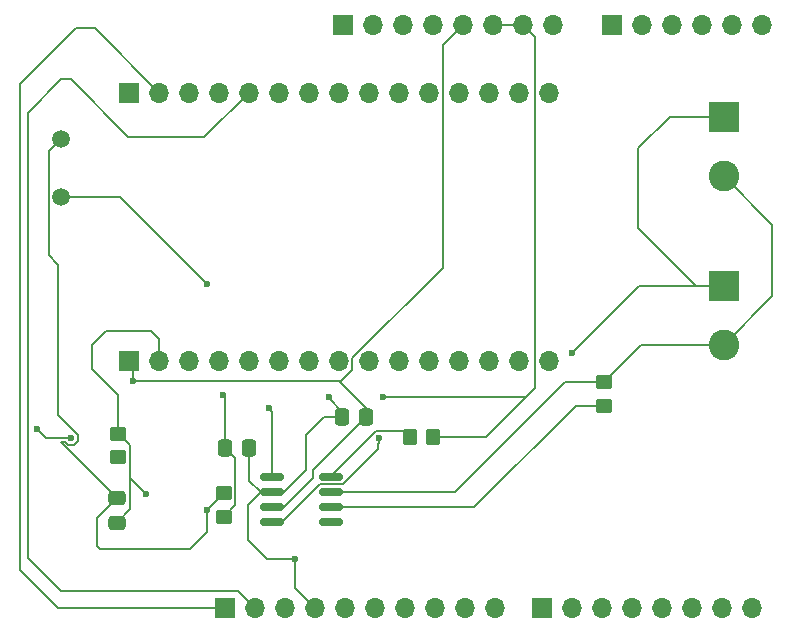
<source format=gbr>
%TF.GenerationSoftware,KiCad,Pcbnew,8.0.2-1*%
%TF.CreationDate,2024-05-15T16:31:45-04:00*%
%TF.ProjectId,ORA_Arduino_ESP_CAN_Shield,4f52415f-4172-4647-9569-6e6f5f455350,rev?*%
%TF.SameCoordinates,Original*%
%TF.FileFunction,Copper,L1,Top*%
%TF.FilePolarity,Positive*%
%FSLAX46Y46*%
G04 Gerber Fmt 4.6, Leading zero omitted, Abs format (unit mm)*
G04 Created by KiCad (PCBNEW 8.0.2-1) date 2024-05-15 16:31:45*
%MOMM*%
%LPD*%
G01*
G04 APERTURE LIST*
G04 Aperture macros list*
%AMRoundRect*
0 Rectangle with rounded corners*
0 $1 Rounding radius*
0 $2 $3 $4 $5 $6 $7 $8 $9 X,Y pos of 4 corners*
0 Add a 4 corners polygon primitive as box body*
4,1,4,$2,$3,$4,$5,$6,$7,$8,$9,$2,$3,0*
0 Add four circle primitives for the rounded corners*
1,1,$1+$1,$2,$3*
1,1,$1+$1,$4,$5*
1,1,$1+$1,$6,$7*
1,1,$1+$1,$8,$9*
0 Add four rect primitives between the rounded corners*
20,1,$1+$1,$2,$3,$4,$5,0*
20,1,$1+$1,$4,$5,$6,$7,0*
20,1,$1+$1,$6,$7,$8,$9,0*
20,1,$1+$1,$8,$9,$2,$3,0*%
G04 Aperture macros list end*
%TA.AperFunction,SMDPad,CuDef*%
%ADD10RoundRect,0.250000X-0.450000X0.350000X-0.450000X-0.350000X0.450000X-0.350000X0.450000X0.350000X0*%
%TD*%
%TA.AperFunction,SMDPad,CuDef*%
%ADD11RoundRect,0.250000X-0.337500X-0.475000X0.337500X-0.475000X0.337500X0.475000X-0.337500X0.475000X0*%
%TD*%
%TA.AperFunction,ComponentPad*%
%ADD12R,1.700000X1.700000*%
%TD*%
%TA.AperFunction,ComponentPad*%
%ADD13O,1.700000X1.700000*%
%TD*%
%TA.AperFunction,SMDPad,CuDef*%
%ADD14RoundRect,0.250000X0.475000X-0.337500X0.475000X0.337500X-0.475000X0.337500X-0.475000X-0.337500X0*%
%TD*%
%TA.AperFunction,SMDPad,CuDef*%
%ADD15RoundRect,0.250000X-0.350000X-0.450000X0.350000X-0.450000X0.350000X0.450000X-0.350000X0.450000X0*%
%TD*%
%TA.AperFunction,SMDPad,CuDef*%
%ADD16RoundRect,0.250000X0.337500X0.475000X-0.337500X0.475000X-0.337500X-0.475000X0.337500X-0.475000X0*%
%TD*%
%TA.AperFunction,SMDPad,CuDef*%
%ADD17RoundRect,0.150000X-0.825000X-0.150000X0.825000X-0.150000X0.825000X0.150000X-0.825000X0.150000X0*%
%TD*%
%TA.AperFunction,ComponentPad*%
%ADD18R,2.600000X2.600000*%
%TD*%
%TA.AperFunction,ComponentPad*%
%ADD19C,2.600000*%
%TD*%
%TA.AperFunction,ComponentPad*%
%ADD20C,1.500000*%
%TD*%
%TA.AperFunction,ViaPad*%
%ADD21C,0.600000*%
%TD*%
%TA.AperFunction,Conductor*%
%ADD22C,0.200000*%
%TD*%
G04 APERTURE END LIST*
D10*
%TO.P,R1,1*%
%TO.N,Net-(U2-OSC2)*%
X41615000Y-64980000D03*
%TO.P,R1,2*%
%TO.N,Net-(U2-OSC1)*%
X41615000Y-66980000D03*
%TD*%
%TO.P,TR1,1*%
%TO.N,CAN_H*%
X73825000Y-55560000D03*
%TO.P,TR1,2*%
%TO.N,CAN_L*%
X73825000Y-57560000D03*
%TD*%
D11*
%TO.P,C2,1*%
%TO.N,Net-(U2-OSC1)*%
X41727500Y-61130000D03*
%TO.P,C2,2*%
%TO.N,GND*%
X43802500Y-61130000D03*
%TD*%
D12*
%TO.P,Digital_1,1,Pin_1*%
%TO.N,SCL*%
X41695000Y-74670000D03*
D13*
%TO.P,Digital_1,2,Pin_2*%
%TO.N,SDA*%
X44235000Y-74670000D03*
%TO.P,Digital_1,3,Pin_3*%
%TO.N,AREF*%
X46775000Y-74670000D03*
%TO.P,Digital_1,4,Pin_4*%
%TO.N,GND*%
X49315000Y-74670000D03*
%TO.P,Digital_1,5,Pin_5*%
%TO.N,SCK*%
X51855000Y-74670000D03*
%TO.P,Digital_1,6,Pin_6*%
%TO.N,SO*%
X54395000Y-74670000D03*
%TO.P,Digital_1,7,Pin_7*%
%TO.N,SI*%
X56935000Y-74670000D03*
%TO.P,Digital_1,8,Pin_8*%
%TO.N,CS*%
X59475000Y-74670000D03*
%TO.P,Digital_1,9,Pin_9*%
%TO.N,D9*%
X62015000Y-74670000D03*
%TO.P,Digital_1,10,Pin_10*%
%TO.N,D8*%
X64555000Y-74670000D03*
%TD*%
D14*
%TO.P,C1,1*%
%TO.N,GND*%
X32555000Y-67487500D03*
%TO.P,C1,2*%
%TO.N,Net-(U2-OSC2)*%
X32555000Y-65412500D03*
%TD*%
D12*
%TO.P,Power_1,1,Pin_1*%
%TO.N,unconnected-(Power_1-Pin_1-Pad1)*%
X51715000Y-25320000D03*
D13*
%TO.P,Power_1,2,Pin_2*%
%TO.N,IOREF*%
X54255000Y-25320000D03*
%TO.P,Power_1,3,Pin_3*%
%TO.N,RESET*%
X56795000Y-25320000D03*
%TO.P,Power_1,4,Pin_4*%
%TO.N,3.3V*%
X59335000Y-25320000D03*
%TO.P,Power_1,5,Pin_5*%
%TO.N,+5V*%
X61875000Y-25320000D03*
%TO.P,Power_1,6,Pin_6*%
%TO.N,GND*%
X64415000Y-25320000D03*
%TO.P,Power_1,7,Pin_7*%
X66955000Y-25320000D03*
%TO.P,Power_1,8,Pin_8*%
%TO.N,Vin*%
X69495000Y-25320000D03*
%TD*%
D15*
%TO.P,R3,1*%
%TO.N,Net-(U3-Rs)*%
X57375000Y-60220000D03*
%TO.P,R3,2*%
%TO.N,GND*%
X59375000Y-60220000D03*
%TD*%
D12*
%TO.P,Analog_1,1,Pin_1*%
%TO.N,A0*%
X74495000Y-25300000D03*
D13*
%TO.P,Analog_1,2,Pin_2*%
%TO.N,A1*%
X77035000Y-25300000D03*
%TO.P,Analog_1,3,Pin_3*%
%TO.N,A2*%
X79575000Y-25300000D03*
%TO.P,Analog_1,4,Pin_4*%
%TO.N,A3*%
X82115000Y-25300000D03*
%TO.P,Analog_1,5,Pin_5*%
%TO.N,A4*%
X84655000Y-25300000D03*
%TO.P,Analog_1,6,Pin_6*%
%TO.N,A5*%
X87195000Y-25300000D03*
%TD*%
D16*
%TO.P,C3,1*%
%TO.N,+5V*%
X53690000Y-58500000D03*
%TO.P,C3,2*%
%TO.N,GND*%
X51615000Y-58500000D03*
%TD*%
D12*
%TO.P,Digital_2,1,Pin_1*%
%TO.N,D7*%
X68545000Y-74690000D03*
D13*
%TO.P,Digital_2,2,Pin_2*%
%TO.N,D6*%
X71085000Y-74690000D03*
%TO.P,Digital_2,3,Pin_3*%
%TO.N,D5*%
X73625000Y-74690000D03*
%TO.P,Digital_2,4,Pin_4*%
%TO.N,D4*%
X76165000Y-74690000D03*
%TO.P,Digital_2,5,Pin_5*%
%TO.N,D3*%
X78705000Y-74690000D03*
%TO.P,Digital_2,6,Pin_6*%
%TO.N,INT*%
X81245000Y-74690000D03*
%TO.P,Digital_2,7,Pin_7*%
%TO.N,D1_TX*%
X83785000Y-74690000D03*
%TO.P,Digital_2,8,Pin_8*%
%TO.N,D1_RX*%
X86325000Y-74690000D03*
%TD*%
D17*
%TO.P,U3,1,TXD*%
%TO.N,Net-(U2-TXCAN)*%
X45750000Y-63615000D03*
%TO.P,U3,2,VSS*%
%TO.N,GND*%
X45750000Y-64885000D03*
%TO.P,U3,3,VDD*%
%TO.N,+5V*%
X45750000Y-66155000D03*
%TO.P,U3,4,RXD*%
%TO.N,Net-(U2-RXCAN)*%
X45750000Y-67425000D03*
%TO.P,U3,5,Vref*%
%TO.N,unconnected-(U3-Vref-Pad5)*%
X50700000Y-67425000D03*
%TO.P,U3,6,CANL*%
%TO.N,CAN_L*%
X50700000Y-66155000D03*
%TO.P,U3,7,CANH*%
%TO.N,CAN_H*%
X50700000Y-64885000D03*
%TO.P,U3,8,Rs*%
%TO.N,Net-(U3-Rs)*%
X50700000Y-63615000D03*
%TD*%
D10*
%TO.P,R2,1*%
%TO.N,GND*%
X32695000Y-59930000D03*
%TO.P,R2,2*%
%TO.N,Net-(U2-~{RESET})*%
X32695000Y-61930000D03*
%TD*%
D12*
%TO.P,EN_1,1,Pin_1*%
%TO.N,+5V*%
X33565000Y-53790000D03*
D13*
%TO.P,EN_1,2,Pin_2*%
%TO.N,GND*%
X36105000Y-53790000D03*
%TO.P,EN_1,3,Pin_3*%
%TO.N,unconnected-(EN_1-Pin_3-Pad3)*%
X38645000Y-53790000D03*
%TO.P,EN_1,4,Pin_4*%
%TO.N,unconnected-(EN_1-Pin_4-Pad4)*%
X41185000Y-53790000D03*
%TO.P,EN_1,5,Pin_5*%
%TO.N,unconnected-(EN_1-Pin_5-Pad5)*%
X43725000Y-53790000D03*
%TO.P,EN_1,6,Pin_6*%
%TO.N,unconnected-(EN_1-Pin_6-Pad6)*%
X46265000Y-53790000D03*
%TO.P,EN_1,7,Pin_7*%
%TO.N,unconnected-(EN_1-Pin_7-Pad7)*%
X48805000Y-53790000D03*
%TO.P,EN_1,8,Pin_8*%
%TO.N,unconnected-(EN_1-Pin_8-Pad8)*%
X51345000Y-53790000D03*
%TO.P,EN_1,9,Pin_9*%
%TO.N,unconnected-(EN_1-Pin_9-Pad9)*%
X53885000Y-53790000D03*
%TO.P,EN_1,10,Pin_10*%
%TO.N,unconnected-(EN_1-Pin_10-Pad10)*%
X56425000Y-53790000D03*
%TO.P,EN_1,11,Pin_11*%
%TO.N,unconnected-(EN_1-Pin_11-Pad11)*%
X58965000Y-53790000D03*
%TO.P,EN_1,12,Pin_12*%
%TO.N,unconnected-(EN_1-Pin_12-Pad12)*%
X61505000Y-53790000D03*
%TO.P,EN_1,13,Pin_13*%
%TO.N,unconnected-(EN_1-Pin_13-Pad13)*%
X64045000Y-53790000D03*
%TO.P,EN_1,14,Pin_14*%
%TO.N,unconnected-(EN_1-Pin_14-Pad14)*%
X66585000Y-53790000D03*
%TO.P,EN_1,15,Pin_15*%
%TO.N,unconnected-(EN_1-Pin_15-Pad15)*%
X69125000Y-53790000D03*
%TD*%
D18*
%TO.P,J1,1,Pin_1*%
%TO.N,CAN_L*%
X83990000Y-47420000D03*
D19*
%TO.P,J1,2,Pin_2*%
%TO.N,CAN_H*%
X83990000Y-52420000D03*
%TD*%
D18*
%TO.P,J2,1,Pin_1*%
%TO.N,CAN_L*%
X83940000Y-33110000D03*
D19*
%TO.P,J2,2,Pin_2*%
%TO.N,CAN_H*%
X83940000Y-38110000D03*
%TD*%
D12*
%TO.P,BOOT_1,1,Pin_1*%
%TO.N,unconnected-(BOOT_1-Pin_1-Pad1)*%
X33615000Y-31070000D03*
D13*
%TO.P,BOOT_1,2,Pin_2*%
%TO.N,SCL*%
X36155000Y-31070000D03*
%TO.P,BOOT_1,3,Pin_3*%
%TO.N,unconnected-(BOOT_1-Pin_3-Pad3)*%
X38695000Y-31070000D03*
%TO.P,BOOT_1,4,Pin_4*%
%TO.N,unconnected-(BOOT_1-Pin_4-Pad4)*%
X41235000Y-31070000D03*
%TO.P,BOOT_1,5,Pin_5*%
%TO.N,SDA*%
X43775000Y-31070000D03*
%TO.P,BOOT_1,6,Pin_6*%
%TO.N,unconnected-(BOOT_1-Pin_6-Pad6)*%
X46315000Y-31070000D03*
%TO.P,BOOT_1,7,Pin_7*%
%TO.N,unconnected-(BOOT_1-Pin_7-Pad7)*%
X48855000Y-31070000D03*
%TO.P,BOOT_1,8,Pin_8*%
%TO.N,unconnected-(BOOT_1-Pin_8-Pad8)*%
X51395000Y-31070000D03*
%TO.P,BOOT_1,9,Pin_9*%
%TO.N,unconnected-(BOOT_1-Pin_9-Pad9)*%
X53935000Y-31070000D03*
%TO.P,BOOT_1,10,Pin_10*%
%TO.N,unconnected-(BOOT_1-Pin_10-Pad10)*%
X56475000Y-31070000D03*
%TO.P,BOOT_1,11,Pin_11*%
%TO.N,unconnected-(BOOT_1-Pin_11-Pad11)*%
X59015000Y-31070000D03*
%TO.P,BOOT_1,12,Pin_12*%
%TO.N,unconnected-(BOOT_1-Pin_12-Pad12)*%
X61555000Y-31070000D03*
%TO.P,BOOT_1,13,Pin_13*%
%TO.N,unconnected-(BOOT_1-Pin_13-Pad13)*%
X64095000Y-31070000D03*
%TO.P,BOOT_1,14,Pin_14*%
%TO.N,unconnected-(BOOT_1-Pin_14-Pad14)*%
X66635000Y-31070000D03*
%TO.P,BOOT_1,15,Pin_15*%
%TO.N,unconnected-(BOOT_1-Pin_15-Pad15)*%
X69175000Y-31070000D03*
%TD*%
D20*
%TO.P,Y1,1,1*%
%TO.N,Net-(U2-OSC1)*%
X27865000Y-39870000D03*
%TO.P,Y1,2,2*%
%TO.N,Net-(U2-OSC2)*%
X27865000Y-34990000D03*
%TD*%
D21*
%TO.N,Net-(U2-OSC2)*%
X40165000Y-66410000D03*
%TO.N,Net-(U2-OSC1)*%
X40225000Y-47240000D03*
X41365000Y-67040000D03*
X41585000Y-56650000D03*
%TO.N,+5V*%
X33975000Y-55460000D03*
%TO.N,GND*%
X55135000Y-56860000D03*
X50505000Y-56840000D03*
X47665000Y-70530000D03*
X35035000Y-65090000D03*
%TO.N,CS*%
X28675000Y-60290000D03*
X25855000Y-59530000D03*
%TO.N,CAN_L*%
X73705000Y-57520000D03*
X71115000Y-53110000D03*
%TO.N,Net-(U2-~{RESET})*%
X32625000Y-61820000D03*
%TO.N,Net-(U2-RXCAN)*%
X54775000Y-60330000D03*
%TO.N,Net-(U2-TXCAN)*%
X45415000Y-57780000D03*
%TD*%
D22*
%TO.N,Net-(U2-OSC2)*%
X26815000Y-36040000D02*
X27865000Y-34990000D01*
X27822500Y-60680000D02*
X28216471Y-60680000D01*
X28923529Y-60890000D02*
X29275000Y-60538529D01*
X40185000Y-66410000D02*
X40165000Y-66410000D01*
X26815000Y-44850000D02*
X26815000Y-36040000D01*
X31115000Y-69680000D02*
X38735000Y-69680000D01*
X27615000Y-58381471D02*
X27615000Y-45650000D01*
X40185000Y-68230000D02*
X40185000Y-66410000D01*
X27615000Y-45650000D02*
X26815000Y-44850000D01*
X38735000Y-69680000D02*
X40185000Y-68230000D01*
X40185000Y-66410000D02*
X40185000Y-66410000D01*
X29275000Y-60041471D02*
X27615000Y-58381471D01*
X30895000Y-67072500D02*
X30895000Y-69460000D01*
X32555000Y-65412500D02*
X27822500Y-60680000D01*
X28426471Y-60890000D02*
X28923529Y-60890000D01*
X29275000Y-60538529D02*
X29275000Y-60041471D01*
X28216471Y-60680000D02*
X28426471Y-60890000D01*
X32555000Y-65412500D02*
X30895000Y-67072500D01*
X30895000Y-69460000D02*
X31115000Y-69680000D01*
X40165000Y-66410000D02*
X40165000Y-66430000D01*
X40165000Y-66430000D02*
X41615000Y-64980000D01*
%TO.N,Net-(U2-OSC1)*%
X41685000Y-56650000D02*
X41585000Y-56650000D01*
X42615000Y-65980000D02*
X41615000Y-66980000D01*
X32855000Y-39870000D02*
X27865000Y-39870000D01*
X40225000Y-47240000D02*
X32855000Y-39870000D01*
X42615000Y-62017500D02*
X42615000Y-65980000D01*
X41727500Y-56692500D02*
X41685000Y-56650000D01*
X41727500Y-61130000D02*
X42615000Y-62017500D01*
X41585000Y-56650000D02*
X41585000Y-56550000D01*
X41585000Y-56550000D02*
X41685000Y-56650000D01*
X41727500Y-61130000D02*
X41727500Y-56692500D01*
%TO.N,+5V*%
X53690000Y-57775000D02*
X51495000Y-55580000D01*
X49205000Y-63674999D02*
X49205000Y-62985000D01*
X52495000Y-53553654D02*
X52495000Y-54580000D01*
X45750000Y-66155000D02*
X46724999Y-66155000D01*
X60165000Y-27030000D02*
X60165000Y-45883654D01*
X52495000Y-54580000D02*
X51495000Y-55580000D01*
X60165000Y-45883654D02*
X52495000Y-53553654D01*
X51315000Y-55480000D02*
X34155000Y-55480000D01*
X33375000Y-53896346D02*
X34245000Y-53026346D01*
X33975000Y-54200000D02*
X33565000Y-53790000D01*
X46724999Y-66155000D02*
X49205000Y-63674999D01*
X49205000Y-62985000D02*
X53690000Y-58500000D01*
X34115000Y-55480000D02*
X34135000Y-55480000D01*
X33975000Y-55460000D02*
X34115000Y-55480000D01*
X61875000Y-25320000D02*
X60165000Y-27030000D01*
X53690000Y-58500000D02*
X53690000Y-57775000D01*
X33975000Y-55460000D02*
X33975000Y-54200000D01*
X34155000Y-55480000D02*
X33975000Y-55460000D01*
X51495000Y-55580000D02*
X51395000Y-55480000D01*
X51395000Y-55480000D02*
X51315000Y-55480000D01*
%TO.N,SDA*%
X33555000Y-34850000D02*
X39995000Y-34850000D01*
X25025000Y-70480000D02*
X25025000Y-32800000D01*
X27845000Y-73300000D02*
X25025000Y-70480000D01*
X25025000Y-32800000D02*
X27875000Y-29950000D01*
X39995000Y-34850000D02*
X43775000Y-31070000D01*
X42865000Y-73300000D02*
X27845000Y-73300000D01*
X44235000Y-74670000D02*
X42865000Y-73300000D01*
X28655000Y-29950000D02*
X33555000Y-34850000D01*
X27875000Y-29950000D02*
X28655000Y-29950000D01*
%TO.N,SCL*%
X30715000Y-25630000D02*
X36155000Y-31070000D01*
X24379000Y-71470000D02*
X24379000Y-30366000D01*
X24379000Y-30366000D02*
X29115000Y-25630000D01*
X27579000Y-74670000D02*
X24379000Y-71470000D01*
X41695000Y-74670000D02*
X27579000Y-74670000D01*
X29115000Y-25630000D02*
X30715000Y-25630000D01*
%TO.N,GND*%
X48575000Y-60070000D02*
X50145000Y-58500000D01*
X48575000Y-63034999D02*
X48575000Y-60070000D01*
X47665000Y-73020000D02*
X49315000Y-74670000D01*
X64415000Y-25320000D02*
X66955000Y-25320000D01*
X33695000Y-63700000D02*
X33705000Y-63700000D01*
X63845000Y-60220000D02*
X59375000Y-60220000D01*
X32695000Y-56700000D02*
X30445000Y-54450000D01*
X30445000Y-52410000D02*
X31625000Y-51230000D01*
X35035000Y-65090000D02*
X35095000Y-65090000D01*
X50145000Y-58500000D02*
X51615000Y-58500000D01*
X35035000Y-65030000D02*
X35035000Y-65090000D01*
X44775001Y-64885000D02*
X43695000Y-65965001D01*
X43802500Y-63912499D02*
X44775001Y-64885000D01*
X67975000Y-52400000D02*
X67965000Y-52390000D01*
X50505000Y-56960000D02*
X50505000Y-56840000D01*
X50505000Y-56840000D02*
X50385000Y-56840000D01*
X43695000Y-65965001D02*
X43695000Y-68910000D01*
X33695000Y-66347500D02*
X32555000Y-67487500D01*
X43695000Y-68910000D02*
X45315000Y-70530000D01*
X51615000Y-58500000D02*
X51615000Y-58070000D01*
X67965000Y-52390000D02*
X67965000Y-26330000D01*
X33695000Y-63700000D02*
X33695000Y-66347500D01*
X67965000Y-26330000D02*
X66955000Y-25320000D01*
X31625000Y-51230000D02*
X35425000Y-51230000D01*
X45315000Y-70530000D02*
X47665000Y-70530000D01*
X36105000Y-51910000D02*
X36105000Y-53790000D01*
X51615000Y-58070000D02*
X50505000Y-56960000D01*
X45750000Y-64885000D02*
X46724999Y-64885000D01*
X35425000Y-51230000D02*
X36105000Y-51910000D01*
X50385000Y-56840000D02*
X50465000Y-56920000D01*
X30445000Y-54450000D02*
X30445000Y-52410000D01*
X35095000Y-65090000D02*
X35035000Y-65030000D01*
X67205000Y-56860000D02*
X63845000Y-60220000D01*
X33705000Y-63700000D02*
X35035000Y-65030000D01*
X55135000Y-56860000D02*
X67205000Y-56860000D01*
X43802500Y-61130000D02*
X43802500Y-63912499D01*
X33695000Y-60930000D02*
X33695000Y-63700000D01*
X32695000Y-59930000D02*
X33695000Y-60930000D01*
X46724999Y-64885000D02*
X48575000Y-63034999D01*
X44775001Y-64885000D02*
X45750000Y-64885000D01*
X67205000Y-56860000D02*
X67975000Y-56090000D01*
X67975000Y-56090000D02*
X67975000Y-52400000D01*
X32695000Y-59930000D02*
X32695000Y-56700000D01*
X47665000Y-70530000D02*
X47665000Y-73020000D01*
%TO.N,CS*%
X25855000Y-59530000D02*
X26605000Y-60280000D01*
X28675000Y-60290000D02*
X28545000Y-60280000D01*
X28525000Y-60280000D02*
X28675000Y-60290000D01*
X26605000Y-60280000D02*
X28525000Y-60280000D01*
X28545000Y-60280000D02*
X28535000Y-60280000D01*
%TO.N,CAN_H*%
X83990000Y-52420000D02*
X88085000Y-48325000D01*
X50700000Y-64885000D02*
X61170000Y-64885000D01*
X70495000Y-55560000D02*
X73825000Y-55560000D01*
X61170000Y-64885000D02*
X70495000Y-55560000D01*
X76965000Y-52420000D02*
X73825000Y-55560000D01*
X83990000Y-52420000D02*
X76965000Y-52420000D01*
X88085000Y-42255000D02*
X83940000Y-38110000D01*
X88085000Y-48325000D02*
X88085000Y-42255000D01*
%TO.N,CAN_L*%
X76725000Y-35770000D02*
X76725000Y-42550000D01*
X83940000Y-33110000D02*
X79385000Y-33110000D01*
X71415000Y-57560000D02*
X73825000Y-57560000D01*
X76805000Y-47420000D02*
X71115000Y-53110000D01*
X50700000Y-66155000D02*
X62820000Y-66155000D01*
X79385000Y-33110000D02*
X76725000Y-35770000D01*
X83990000Y-47420000D02*
X76805000Y-47420000D01*
X81595000Y-47420000D02*
X83990000Y-47420000D01*
X62820000Y-66155000D02*
X71415000Y-57560000D01*
X76725000Y-42550000D02*
X81595000Y-47420000D01*
%TO.N,Net-(U3-Rs)*%
X54485000Y-59730000D02*
X50700000Y-63515000D01*
X56885000Y-59730000D02*
X54485000Y-59730000D01*
X57375000Y-60220000D02*
X56885000Y-59730000D01*
X50700000Y-63515000D02*
X50700000Y-63615000D01*
%TO.N,Net-(U2-RXCAN)*%
X54685000Y-61245552D02*
X54775000Y-60330000D01*
X45750000Y-67425000D02*
X46544448Y-67425000D01*
X51715552Y-64215000D02*
X54685000Y-61245552D01*
X46544448Y-67425000D02*
X49754448Y-64215000D01*
X54775000Y-60330000D02*
X54685000Y-60300000D01*
X49754448Y-64215000D02*
X51715552Y-64215000D01*
%TO.N,Net-(U2-TXCAN)*%
X45750000Y-63615000D02*
X45750000Y-58095000D01*
X45415000Y-57780000D02*
X45415000Y-57760000D01*
X45435000Y-57780000D02*
X45415000Y-57780000D01*
X45415000Y-57760000D02*
X45495000Y-57840000D01*
X45750000Y-58095000D02*
X45435000Y-57780000D01*
%TD*%
M02*

</source>
